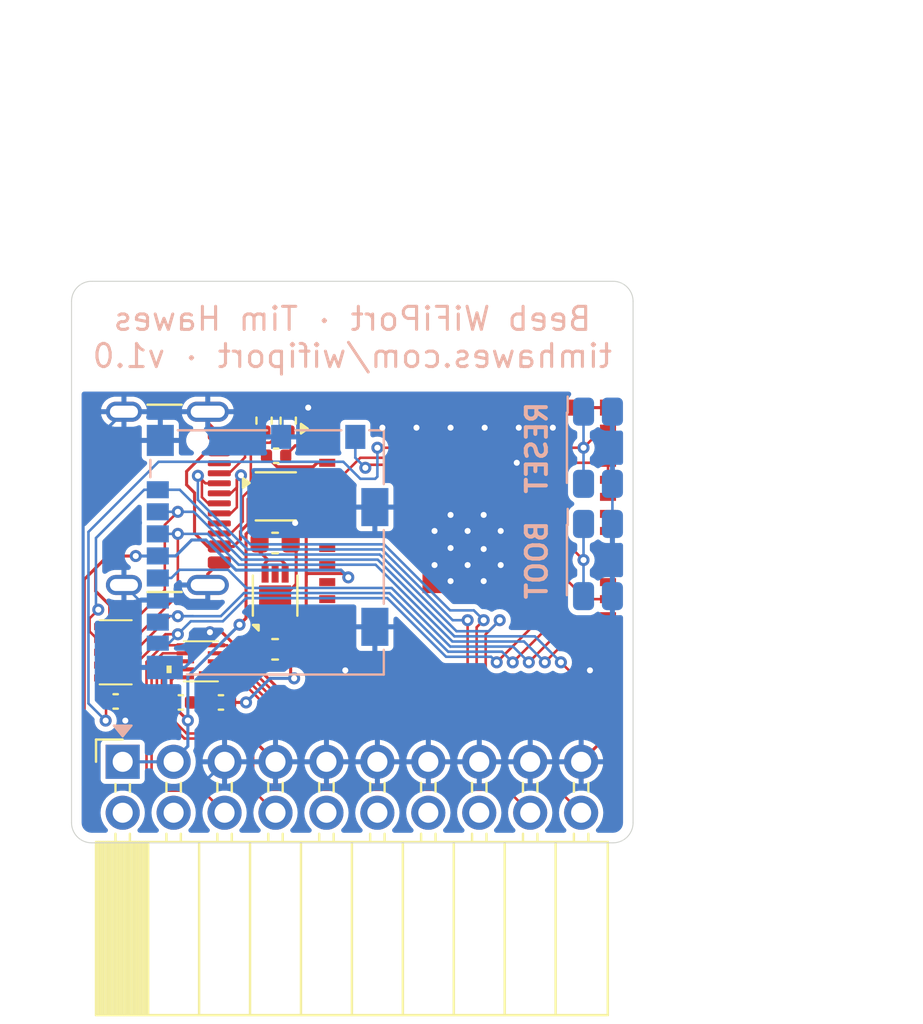
<source format=kicad_pcb>
(kicad_pcb (version 20240108) (generator "pcbnew") (generator_version "8.0")
  (layers (0 "F.Cu" signal) (31 "B.Cu" signal) (34 "B.Paste" user) (35 "F.Paste" user) (36 "B.SilkS" user "B.Silkscreen") (37 "F.SilkS" user "F.Silkscreen") (38 "B.Mask" user) (39 "F.Mask" user) (44 "Edge.Cuts" user))
  (net 0 "")
  (net 1 "GND")
  (net 2 "+3.3V")
  (net 3 "/RESET")
  (net 4 "Net-(J1-Pin_18)")
  (net 5 "Net-(J1-Pin_20)")
  (net 6 "Net-(J1-Pin_8)")
  (net 7 "Net-(J1-Pin_6)")
  (net 8 "/USB_D+")
  (net 10 "Net-(J2-CC1)")
  (net 11 "/USB_D-")
  (net 13 "Net-(J2-CC2)")
  (net 14 "/SD_CMD")
  (net 15 "/SD_D2")
  (net 16 "/SD_D3")
  (net 17 "/SD_D0")
  (net 18 "/SD_DET")
  (net 19 "/SD_D1")
  (net 20 "/SD_CLK")
  (net 21 "/PB7")
  (net 22 "/PB0")
  (net 28 "/PB1")
  (net 29 "/BOOT")
  (net 42 "/PB6")
  (net 44 "Net-(D1-K)")
  (net 45 "+5V_BBC")
  (net 46 "+5V_USB")
  (footprint "Capacitor_SMD:C_0603_1608Metric" (layer "F.Cu") (at 146.15 99.05)
    (property "Reference" "C1" (hide yes))
    (property "Value" "10uF")
  )
  (footprint "Capacitor_SMD:C_0402_1005Metric" (layer "F.Cu") (at 141.45 107 180)
    (property "Reference" "C5" (hide yes))
    (property "Value" "0.1uF")
  )
  (footprint "Capacitor_SMD:C_0402_1005Metric" (layer "F.Cu") (at 146.2 94.7 180)
    (property "Reference" "C3" (hide yes))
    (property "Value" "0.1uF")
  )
  (footprint "timhawes:CTS_746X101103JP" (layer "F.Cu") (at 138.2 104.5)
    (property "Reference" "RN1" (hide yes))
    (property "Value" "746X101103JP")
  )
  (footprint "Capacitor_SMD:C_0402_1005Metric" (layer "F.Cu") (at 138.2 106.95)
    (property "Reference" "C4" (hide yes))
    (property "Value" "1uF")
  )
  (footprint "RF_Module:ESP32-S2-MINI-1" (layer "F.Cu") (at 155.75 96.75)
    (property "Reference" "U1" (hide yes))
    (property "Value" "ESP32-S3-MINI-1")
  )
  (footprint "Capacitor_SMD:C_0603_1608Metric" (layer "F.Cu") (at 146.15 104.35 180)
    (property "Reference" "C2" (hide yes))
    (property "Value" "10uF")
  )
  (footprint "Resistor_SMD:R_0402_1005Metric" (layer "F.Cu") (at 145.6 92.95 90)
    (property "Reference" "R1" (hide yes))
    (property "Value" "5.1K 1%")
  )
  (footprint "timhawes:DFN-6-1EP_2x2mm_P0.5mm_EP1.02x1.6mm" (layer "F.Cu") (at 146.15 101.675 90)
    (property "Reference" "U3" (hide yes))
    (property "Value" "LDL212PV33R")
  )
  (footprint "timhawes:NXP_XQFN12_SOT1174-1" (layer "F.Cu") (at 142.45 104.95 180)
    (property "Reference" "U4" (hide yes))
    (property "Value" "NXB0104GU12")
  )
  (footprint "Capacitor_SMD:C_0402_1005Metric" (layer "F.Cu") (at 143.45 107)
    (property "Reference" "C6" (hide yes))
    (property "Value" "0.1uF")
  )
  (footprint "Resistor_SMD:R_0402_1005Metric" (layer "F.Cu") (at 146.805 92.95 -90)
    (property "Reference" "R2" (hide yes))
    (property "Value" "5.1K 1%")
  )
  (footprint "Connector_USB:USB_C_Receptacle_GCT_USB4105-xx-A_16P_TopMnt_Horizontal" (layer "F.Cu") (at 139.687496 96.823818 -90)
    (property "Reference" "J2" (hide yes))
    (property "Value" "USB4105-GF-A")
  )
  (footprint "Package_SON:HUSON-3-1EP_2x2mm_P1.3mm_EP1.1x1.6mm" (layer "F.Cu") (at 146.185608 96.725)
    (property "Reference" "D1" (hide yes))
    (property "Value" "PMEG2020CPA")
  )
  (footprint "Connector_PinSocket_2.54mm:PinSocket_2x10_P2.54mm_Horizontal" (layer "F.Cu") (at 138.55 109.96 90)
    (property "Reference" "J1" (hide yes))
    (property "Value" "User Port")
  )
  (footprint "Button_Switch_SMD:SW_SPST_EVQP7A" (layer "B.Cu") (at 162.25 94.3 -90)
    (property "Reference" "SW1" (hide yes))
    (property "Value" "EVQ-P7A01P")
  )
  (footprint "Connector_Card:microSD_HC_Molex_104031-0811" (layer "B.Cu") (at 145.75 99.5 -90)
    (property "Reference" "J3" (hide yes))
    (property "Value" "1040310811")
  )
  (footprint "Button_Switch_SMD:SW_SPST_EVQP7A" (layer "B.Cu") (at 162.25 99.9 -90)
    (property "Reference" "SW2" (hide yes))
    (property "Value" "EVQ-P7A01P")
  )
  (gr_poly (pts (xy 138.1 108.15) (xy 139 108.15) (xy 138.55 108.7)) (stroke (width 0.1)) (fill solid) (layer "B.SilkS"))
  (gr_line (start 137 86) (end 163 86) (stroke (width 0.05)) (layer "Edge.Cuts"))
  (gr_arc (start 164 113) (mid 163.707107 113.707107) (end 163 114) (stroke (width 0.05)) (layer "Edge.Cuts"))
  (gr_arc (start 163 86) (mid 163.707107 86.292893) (end 164 87) (stroke (width 0.05)) (layer "Edge.Cuts"))
  (gr_line (start 163 114) (end 137 114) (stroke (width 0.05)) (layer "Edge.Cuts"))
  (gr_arc (start 136 87) (mid 136.292893 86.292893) (end 137 86) (stroke (width 0.05)) (layer "Edge.Cuts"))
  (gr_line (start 136 113) (end 136 87) (stroke (width 0.05)) (layer "Edge.Cuts"))
  (gr_arc (start 137 114) (mid 136.292893 113.707107) (end 136 113) (stroke (width 0.05)) (layer "Edge.Cuts"))
  (gr_line (start 164 87) (end 164 113) (stroke (width 0.05)) (layer "Edge.Cuts"))
  (gr_text "Beeb WiFiPort · Tim Hawes\ntimhawes.com/wifiport · v1.0" (at 150 88.8 0) (layer "B.SilkS") (effects (font (size 1.15 1.15) (thickness 0.1524)) (justify mirror)))
  (gr_text "RESET" (at 159.2 94.3 90) (layer "B.SilkS") (effects (font (size 1 1) (thickness 0.2) (bold yes)) (justify mirror)))
  (gr_text "BOOT" (at 159.2 99.9 90) (layer "B.SilkS") (effects (font (size 1 1) (thickness 0.2)) (justify mirror)))
  (segment (start 145.16 92.44) (end 146.805 92.44) (width 0.1524) (layer "F.Cu") (net 1))
  (segment (start 145.65 102.175) (end 146.15 101.675) (width 0.1524) (layer "F.Cu") (net 1))
  (segment (start 145.65 102.75) (end 145.65 102.175) (width 0.1524) (layer "F.Cu") (net 1))
  (segment (start 147.8 92.3) (end 148.75 92.3) (width 0.1524) (layer "F.Cu") (net 1))
  (segment (start 154.1 97.65) (end 154.1 98.45) (width 0.1524) (layer "F.Cu") (net 1))
  (segment (start 142.792496 92.503818) (end 142.792496 93.048818) (width 0.1524) (layer "F.Cu") (net 1))
  (segment (start 158.3 92.3) (end 158.3 93.3) (width 0.1524) (layer "F.Cu") (net 1))
  (segment (start 156.55 99.35) (end 156.6 99.3) (width 0.1524) (layer "F.Cu") (net 1))
  (segment (start 146.74 92.35) (end 146.69 92.4) (width 0.1524) (layer "F.Cu") (net 1))
  (segment (start 154.1 99.3) (end 154.9 99.3) (width 0.1524) (layer "F.Cu") (net 1))
  (segment (start 146.925 99.05) (end 146.925 98.275) (width 0.1524) (layer "F.Cu") (net 1))
  (segment (start 154.1 100.95) (end 154.9 100.95) (width 0.1524) (layer "F.Cu") (net 1))
  (segment (start 157.4 98.5) (end 157.4 99.3) (width 0.1524) (layer "F.Cu") (net 1))
  (segment (start 162.75 108.62) (end 162.75 106.3) (width 0.1524) (layer "F.Cu") (net 1))
  (segment (start 157.4 100.95) (end 157.4 100.15) (width 0.1524) (layer "F.Cu") (net 1))
  (segment (start 155.75 100.15) (end 155.75 100.95) (width 0.1524) (layer "F.Cu") (net 1))
  (segment (start 144.478208 108.278208) (end 146.16 109.96) (width 0.1524) (layer "F.Cu") (net 1))
  (segment (start 146.6 106.6) (end 148.45 106.6) (width 0.1524) (layer "F.Cu") (net 1))
  (segment (start 162.75 92.3) (end 149.4 92.3) (width 0.1524) (layer "F.Cu") (net 1))
  (segment (start 155.75 97.65) (end 155.75 98.5) (width 0.1524) (layer "F.Cu") (net 1))
  (segment (start 146.69 94.71) (end 146.68 94.7) (width 0.1524) (layer "F.Cu") (net 1))
  (segment (start 148.75 92.3) (end 148.75 94.2) (width 0.1524) (layer "F.Cu") (net 1))
  (segment (start 154.9 92.3) (end 154.9 93.3) (width 0.1524) (layer "F.Cu") (net 1))
  (segment (start 145.375 104.35) (end 144.35 104.35) (width 0.1524) (layer "F.Cu") (net 1))
  (segment (start 145.375 104.35) (end 145.375 105.375) (width 0.1524) (layer "F.Cu") (net 1))
  (segment (start 142.45 104.0229) (end 142.45 103.95) (width 0.127) (layer "F.Cu") (net 1))
  (segment (start 142.97 107) (end 142.97 107.335) (width 0.1524) (layer "F.Cu") (net 1))
  (segment (start 156.6 99.3) (end 157.4 99.3) (width 0.1524) (layer "F.Cu") (net 1))
  (segment (start 153.2 92.3) (end 153.2 93.3) (width 0.1524) (layer "F.Cu") (net 1))
  (segment (start 144.35 104.35) (end 143.5 103.5) (width 0.1524) (layer "F.Cu") (net 1))
  (segment (start 143.913208 108.278208) (end 144.478208 108.278208) (width 0.1524) (layer "F.Cu") (net 1))
  (segment (start 145.65 104.075) (end 145.65 102.75) (width 0.1524) (layer "F.Cu") (net 1))
  (segment (start 143.367496 93.623818) (end 143.976182 93.623818) (width 0.1524) (layer "F.Cu") (net 1))
  (segment (start 148.45 106.6) (end 148.75 106.3) (width 0.1524) (layer "F.Cu") (net 1))
  (segment (start 142.45 103.95) (end 142.9 103.5) (width 0.127) (layer "F.Cu") (net 1))
  (segment (start 146.69 94.77) (end 146.69 94.71) (width 0.1524) (layer "F.Cu") (net 1))
  (segment (start 158.200003 95.05) (end 162.75 95.05) (width 0.127) (layer "F.Cu") (net 1))
  (segment (start 143.976182 93.623818) (end 145.16 92.44) (width 0.1524) (layer "F.Cu") (net 1))
  (segment (start 161.41 109.96) (end 162.75 108.62) (width 0.1524) (layer "F.Cu") (net 1))
  (segment (start 154.9 100.95) (end 156.55 100.95) (width 0.1524) (layer "F.Cu") (net 1))
  (segment (start 157.4 100.15) (end 157.4 99.3) (width 0.1524) (layer "F.Cu") (net 1))
  (segment (start 156.6 92.3) (end 156.6 93.3) (width 0.1524) (layer "F.Cu") (net 1))
  (segment (start 147.2 101.1) (end 146.625 101.675) (width 0.1524) (layer "F.Cu") (net 1))
  (segment (start 146.68 94.67) (end 147.15 94.2) (width 0.1524) (layer "F.Cu") (net 1))
  (segment (start 156.55 97.65) (end 154.9 97.65) (width 0.1524) (layer "F.Cu") (net 1))
  (segment (start 161.85 105.4) (end 162.75 106.3) (width 0.1524) (layer "F.Cu") (net 1))
  (segment (start 143.367496 100.023818) (end 142.792496 100.598818) (width 0.1524) (layer "F.Cu") (net 1))
  (segment (start 146.66 92.43) (end 146.69 92.4) (width 0.1524) (layer "F.Cu") (net 1))
  (segment (start 147.2 99.325) (end 147.2 101.1) (width 0.1524) (layer "F.Cu") (net 1))
  (segment (start 142.792496 100.598818) (end 142.792496 101.143818) (width 0.1524) (layer "F.Cu") (net 1))
  (segment (start 145.375 104.35) (end 145.65 104.075) (width 0.1524) (layer "F.Cu") (net 1))
  (segment (start 154.9 97.65) (end 154.1 97.65) (width 0.1524) (layer "F.Cu") (net 1))
  (segment (start 151.5 92.3) (end 151.5 93.3) (width 0.1524) (layer "F.Cu") (net 1))
  (segment (start 147.15 94.2) (end 148.75 94.2) (width 0.1524) (layer "F.Cu") (net 1))
  (segment (start 142.97 107.335) (end 143.913208 108.278208) (width 0.1524) (layer "F.Cu") (net 1))
  (segment (start 149.4 92.3) (end 148.75 92.3) (width 0.1524) (layer "F.Cu") (net 1))
  (segment (start 160 92.3) (end 160 93.3) (width 0.1524) (layer "F.Cu") (net 1))
  (segment (start 154.1 98.45) (end 154.1 100.15) (width 0.1524) (layer "F.Cu") (net 1))
  (segment (start 146.625 101.675) (end 146.15 101.675) (width 0.1524) (layer "F.Cu") (net 1))
  (segment (start 145.375 105.375) (end 146.6 106.6) (width 0.1524) (layer "F.Cu") (net 1))
  (segment (start 156.5 99.3) (end 156.55 99.35) (width 0.1524) (layer "F.Cu") (net 1))
  (segment (start 157.4 97.65) (end 156.55 97.65) (width 0.1524) (layer "F.Cu") (net 1))
  (segment (start 146.68 94.7) (end 146.68 94.67) (width 0.1524) (layer "F.Cu") (net 1))
  (segment (start 154.9 99.3) (end 156.5 99.3) (width 0.1524) (layer "F.Cu") (net 1))
  (segment (start 155.75 98.5) (end 155.75 100.15) (width 0.1524) (layer "F.Cu") (net 1))
  (segment (start 146.16 109.96) (end 146.17 109.96) (width 0.1524) (layer "F.Cu") (net 1))
  (segment (start 142.9 103.5) (end 142.792496 103.392496) (width 0.1524) (layer "F.Cu") (net 1))
  (segment (start 138.68 107.9) (end 138.68 106.95) (width 0.1524) (layer "F.Cu") (net 1))
  (segment (start 146.925 98.275) (end 147.15 98.05) (width 0.1524) (layer "F.Cu") (net 1))
  (segment (start 158.2 95.049997) (end 158.200003 95.05) (width 0.127) (layer "F.Cu") (net 1))
  (segment (start 156.55 100.95) (end 157.4 100.95) (width 0.1524) (layer "F.Cu") (net 1))
  (segment (start 157.4 97.65) (end 157.4 98.5) (width 0.1524) (layer "F.Cu") (net 1))
  (segment (start 146.925 99.05) (end 147.2 99.325) (width 0.1524) (layer "F.Cu") (net 1))
  (segment (start 143.5 103.5) (end 142.9 103.5) (width 0.1524) (layer "F.Cu") (net 1))
  (segment (start 162.75 95.05) (end 162.75 95.9) (width 0.127) (layer "F.Cu") (net 1))
  (segment (start 141.93 107) (end 142.97 107) (width 0.1524) (layer "F.Cu") (net 1))
  (segment (start 142.792496 93.048818) (end 143.367496 93.623818) (width 0.1524) (layer "F.Cu") (net 1))
  (segment (start 149.576346 105.473654) (end 148.75 106.3) (width 0.1524) (layer "F.Cu") (net 1))
  (segment (start 154.1 100.15) (end 154.1 100.95) (width 0.1524) (layer "F.Cu") (net 1))
  (via (at 149.65 105.4) (size 0.6) (drill 0.3) (layers "F.Cu" "B.Cu") (net 1))
  (via (at 158.3 93.3) (size 0.6) (drill 0.3) (layers "F.Cu" "B.Cu") (net 1))
  (via (at 154.9 99.3) (size 0.6) (drill 0.3) (layers "F.Cu" "B.Cu") (net 1))
  (via (at 153.2 93.3) (size 0.6) (drill 0.3) (layers "F.Cu" "B.Cu") (net 1))
  (via (at 161.85 105.4) (size 0.6) (drill 0.3) (layers "F.Cu" "B.Cu") (net 1))
  (via (at 157.4 98.45) (size 0.6) (drill 0.3) (layers "F.Cu" "B.Cu") (net 1))
  (via (at 147.8 92.3) (size 0.6) (drill 0.3) (layers "F.Cu" "B.Cu") (net 1))
  (via (at 154.9 97.65) (size 0.6) (drill 0.3) (layers "F.Cu" "B.Cu") (net 1))
  (via (at 147.15 98.05) (size 0.6) (drill 0.3) (layers "F.Cu" "B.Cu") (net 1))
  (via (at 151.5 93.3) (size 0.6) (drill 0.3) (layers "F.Cu" "B.Cu") (net 1))
  (via (at 158.2 95.049997) (size 0.6) (drill 0.3) (layers "F.Cu" "B.Cu") (net 1))
  (via (at 155.75 100.15) (size 0.6) (drill 0.3) (layers "F.Cu" "B.Cu") (net 1))
  (via (at 154.1 98.45) (size 0.6) (drill 0.3) (layers "F.Cu" "B.Cu") (net 1))
  (via (at 154.9 93.3) (size 0.6) (drill 0.3) (layers "F.Cu" "B.Cu") (net 1))
  (via (at 156.55 97.65) (size 0.6) (drill 0.3) (layers "F.Cu" "B.Cu") (net 1))
  (via (at 142.9 103.5) (size 0.6) (drill 0.3) (layers "F.Cu" "B.Cu") (net 1))
  (via (at 155.75 98.45) (size 0.6) (drill 0.3) (layers "F.Cu" "B.Cu") (net 1))
  (via (at 138.68 107.906542) (size 0.6) (drill 0.3) (layers "F.Cu" "B.Cu") (net 1))
  (via (at 154.1 100.15) (size 0.6) (drill 0.3) (layers "F.Cu" "B.Cu") (net 1))
  (via (at 160 93.3) (size 0.6) (drill 0.3) (layers "F.Cu" "B.Cu") (net 1))
  (via (at 154.9 100.95) (size 0.6) (drill 0.3) (layers "F.Cu" "B.Cu") (net 1))
  (via (at 156.55 99.35) (size 0.6) (drill 0.3) (layers "F.Cu" "B.Cu") (net 1))
  (via (at 156.6 93.3) (size 0.6) (drill 0.3) (layers "F.Cu" "B.Cu") (net 1))
  (via (at 157.4 100.15) (size 0.6) (drill 0.3) (layers "F.Cu" "B.Cu") (net 1))
  (via (at 156.55 100.95) (size 0.6) (drill 0.3) (layers "F.Cu" "B.Cu") (net 1))
  (segment (start 152.6 97) (end 152.34 97.26) (width 0.1524) (layer "B.Cu") (net 1))
  (segment (start 151.125 104.525) (end 151.125 103.23) (width 0.1524) (layer "B.Cu") (net 1))
  (segment (start 140.425 93.935) (end 140.425 92.528818) (width 0.1524) (layer "B.Cu") (net 1))
  (segment (start 138.68 107.9) (end 138.68 107.92) (width 0.1524) (layer "B.Cu") (net 1))
  (segment (start 136.5762 94.540114) (end 136.5762 111.1262) (width 0.1524) (layer "B.Cu") (net 1))
  (segment (start 140.65 105.255) (end 141.645 105.255) (width 0.1524) (layer "B.Cu") (net 1))
  (segment (start 158.2 95.049997) (end 157.500003 95.049997) (width 0.127) (layer "B.Cu") (net 1))
  (segment (start 150.176346 105.473654) (end 151.125 104.525) (width 0.1524) (layer "B.Cu") (net 1))
  (segment (start 151.125 97.26) (end 154.51 97.26) (width 0.1524) (layer "B.Cu") (net 1))
  (segment (start 141.645 105.255) (end 142.9 104) (width 0.1524) (layer "B.Cu") (net 1))
  (segment (start 149.576346 105.473654) (end 150.176346 105.473654) (width 0.1524) (layer "B.Cu") (net 1))
  (segment (start 154.51 97.26) (end 154.9 97.65) (width 0.1524) (layer "B.Cu") (net 1))
  (segment (start 136.5762 109.6738) (end 136.5762 109.9762) (width 0.1524) (layer "B.Cu") (net 1))
  (segment (start 138.612496 92.503818) (end 140.45 92.503818) (width 0.1524) (layer "B.Cu") (net 1))
  (segment (start 140.3 101.895) (end 139.363678 101.895) (width 0.127) (layer "B.Cu") (net 1))
  (segment (start 136.5762 111.1262) (end 136.7 111.25) (width 0.1524) (layer "B.Cu") (net 1))
  (segment (start 149.576346 105.473654) (end 151.25 107.147308) (width 0.1524) (layer "B.Cu") (net 1))
  (segment (start 147.596182 92.503818) (end 147.8 92.3) (width 0.1524) (layer "B.Cu") (net 1))
  (segment (start 162.97 101.7) (end 162.97 102.73) (width 0.127) (layer "B.Cu") (net 1))
  (segment (start 146.17 109.96) (end 161.41 109.96) (width 0.1524) (layer "B.Cu") (net 1))
  (segment (start 162.97 96.1) (end 162.97 101.7) (width 0.127) (layer "B.Cu") (net 1))
  (segment (start 142.792496 101.792496) (end 142.792496 101.143818) (width 0.127) (layer "B.Cu") (net 1))
  (segment (start 146.45 92.803818) (end 146.75 92.503818) (width 0.1524) (layer "B.Cu") (net 1))
  (segment (start 142.9 104) (end 142.9 103.5) (width 0.1524) (layer "B.Cu") (net 1))
  (segment (start 157.500003 95.049997) (end 154.9 97.65) (width 0.127) (layer "B.Cu") (net 1))
  (segment (start 138.612496 92.503818) (end 136.5762 94.540114) (width 0.1524) (layer "B.Cu") (net 1))
  (segment (start 142.34 111.25) (end 143.63 109.96) (width 0.1524) (layer "B.Cu") (net 1))
  (segment (start 142.689992 101.895) (end 142.792496 101.792496) (width 0.127) (layer "B.Cu") (net 1))
  (segment (start 138 108.6) (end 137.65 108.6) (width 0.1524) (layer "B.Cu") (net 1))
  (segment (start 160.55 103.3) (end 154.9 97.65) (width 0.127) (layer "B.Cu") (net 1))
  (segment (start 140.3 101.895) (end 142.689992 101.895) (width 0.127) (layer "B.Cu") (net 1))
  (segment (start 146.17 109.96) (end 143.63 109.96) (width 0.1524) (layer "B.Cu") (net 1))
  (segment (start 162.4 103.3) (end 160.55 103.3) (width 0.127) (layer "B.Cu") (net 1))
  (segment (start 150.5 92.3) (end 152.6 94.4) (width 0.1524) (layer "B.Cu") (net 1))
  (segment (start 140.425 92.528818) (end 140.45 92.503818) (width 0.1524) (layer "B.Cu") (net 1))
  (segment (start 152.6 94.4) (end 152.6 97) (width 0.1524) (layer "B.Cu") (net 1))
  (segment (start 146.75 92.503818) (end 147.596182 92.503818) (width 0.1524) (layer "B.Cu") (net 1))
  (segment (start 151.25 107.147308) (end 151.25 109.96) (width 0.1524) (layer "B.Cu") (net 1))
  (segment (start 147.15 98.05) (end 147.94 97.26) (width 0.1524) (layer "B.Cu") (net 1))
  (segment (start 146.45 93.76) (end 146.45 92.803818) (width 0.1524) (layer "B.Cu") (net 1))
  (segment (start 147.8 92.3) (end 150.5 92.3) (width 0.1524) (layer "B.Cu") (net 1))
  (segment (start 162.97 102.73) (end 162.4 103.3) (width 0.127) (layer "B.Cu") (net 1))
  (segment (start 142.792496 92.503818) (end 147.596182 92.503818) (width 0.1524) (layer "B.Cu") (net 1))
  (segment (start 137.65 108.6) (end 136.5762 109.6738) (width 0.1524) (layer "B.Cu") (net 1))
  (segment (start 136.7 111.25) (end 142.34 111.25) (width 0.1524) (layer "B.Cu") (net 1))
  (segment (start 147.94 97.26) (end 151.125 97.26) (width 0.1524) (layer "B.Cu") (net 1))
  (segment (start 138.68 107.92) (end 138 108.6) (width 0.1524) (layer "B.Cu") (net 1))
  (segment (start 140.45 92.503818) (end 142.792496 92.503818) (width 0.1524) (layer "B.Cu") (net 1))
  (segment (start 152.34 97.26) (end 151.125 97.26) (width 0.1524) (layer "B.Cu") (net 1))
  (segment (start 139.363678 101.895) (end 138.612496 101.143818) (width 0.127) (layer "B.Cu") (net 1))
  (segment (start 162.97 92.5) (end 162.97 96.1) (width 0.127) (layer "B.Cu") (net 1))
  (segment (start 146.925 105.625006) (end 147.1 105.800006) (width 0.1524) (layer "F.Cu") (net 2))
  (segment (start 142.577099 105.750001) (end 143.2247 105.750001) (width 0.127) (layer "F.Cu") (net 2))
  (segment (start 143.93 105.88) (end 143.800001 105.750001) (width 0.1524) (layer "F.Cu") (net 2))
  (segment (start 143.93 107) (end 143.93 105.88) (width 0.1524) (layer "F.Cu") (net 2))
  (segment (start 143.93 107) (end 144.45 107) (width 0.1524) (layer "F.Cu") (net 2))
  (segment (start 148.75 95.05) (end 148.25 95.05) (width 0.1524) (layer "F.Cu") (net 2))
  (segment (start 138.825 105.78) (end 139.45 106.405) (width 0.1524) (layer "F.Cu") (net 2))
  (segment (start 147.7 103.575) (end 147.7 101) (width 0.1524) (layer "F.Cu") (net 2))
  (segment (start 137.575 103.22) (end 137.9 102.895) (width 0.1524) (layer "F.Cu") (net 2))
  (segment (start 146.925 104.35) (end 147.7 103.575) (width 0.1524) (layer "F.Cu") (net 2))
  (segment (start 146.15 102.75) (end 146.15 103.05) (width 0.1524) (layer "F.Cu") (net 2))
  (segment (start 139.45 108.05) (end 138.9238 108.5762) (width 0.1524) (layer "F.Cu") (net 2))
  (segment (start 142.45 105.8771) (end 142.577099 105.750001) (width 0.127) (layer "F.Cu") (net 2))
  (segment (start 145.72 94.7) (end 145.72 94.72) (width 0.1524) (layer "F.Cu") (net 2))
  (segment (start 146.65 104.075) (end 146.925 104.35) (width 0.1524) (layer "F.Cu") (net 2))
  (segment (start 146.925 104.35) (end 146.925 105.625006) (width 0.1524) (layer "F.Cu") (net 2))
  (segment (start 146.65 102.75) (end 146.65 103.55) (width 0.1524) (layer "F.Cu") (net 2))
  (segment (start 146.65 102.75) (end 146.15 102.75) (width 0.1524) (layer "F.Cu") (net 2))
  (segment (start 137.1262 108.5762) (end 136.6333 108.0833) (width 0.1524) (layer "F.Cu") (net 2))
  (segment (start 136.6333 100.8667) (end 137.2 100.3) (width 0.1524) (layer "F.Cu") (net 2))
  (segment (start 137.8 99.7) (end 139.2 99.7) (width 0.1524) (layer "F.Cu") (net 2))
  (segment (start 143.800001 105.750001) (end 143.2247 105.750001) (width 0.1524) (layer "F.Cu") (net 2))
  (segment (start 147.7 101) (end 147.7 95.6) (width 0.1524) (layer "F.Cu") (net 2))
  (segment (start 147.7 101) (end 147.7 100.65) (width 0.1524) (layer "F.Cu") (net 2))
  (segment (start 148.05 95.25) (end 148.2 95.1) (width 0.1524) (layer "F.Cu") (net 2))
  (segment (start 137.9 102.15) (end 137.2 101.45) (width 0.1524) (layer "F.Cu") (net 2))
  (segment (start 145.72 94.72) (end 146.25 95.25) (width 0.1524) (layer "F.Cu") (net 2))
  (segment (start 147.7 95.6) (end 148.2 95.1) (width 0.1524) (layer "F.Cu") (net 2))
  (segment (start 144.45 107) (end 144.699992 107) (width 0.1524) (layer "F.Cu") (net 2))
  (segment (start 144.699992 107) (end 144.7 107.000008) (width 0.1524) (layer "F.Cu") (net 2))
  (segment (start 147.777346 100.572654) (end 149.609158 100.572654) (width 0.1524) (layer "F.Cu") (net 2))
  (segment (start 137.4 100.1) (end 137.8 99.7) (width 0.1524) (layer "F.Cu") (net 2))
  (segment (start 147.7 100.65) (end 147.777346 100.572654) (width 0.1524) (layer "F.Cu") (net 2))
  (segment (start 137.2 101.45) (end 137.2 100.3) (width 0.1524) (layer "F.Cu") (net 2))
  (segment (start 146.25 95.25) (end 148.05 95.25) (width 0.1524) (layer "F.Cu") (net 2))
  (segment (start 148.25 95.05) (end 148.2 95.1) (width 0.1524) (layer "F.Cu") (net 2))
  (segment (start 149.609158 100.572654) (end 149.800004 100.7635) (width 0.1524) (layer "F.Cu") (net 2))
  (segment (start 146.65 103.55) (end 146.65 104.075) (width 0.1524) (layer "F.Cu") (net 2))
  (segment (start 136.6333 108.0833) (end 136.6333 100.8667) (width 0.1524) (layer "F.Cu") (net 2))
  (segment (start 137.9 102.895) (end 137.9 102.15) (width 0.1524) (layer "F.Cu") (net 2))
  (segment (start 138.9238 108.5762) (end 137.1262 108.5762) (width 0.1524) (layer "F.Cu") (net 2))
  (segment (start 137.2 100.3) (end 137.4 100.1) (width 0.1524) (layer "F.Cu") (net 2))
  (segment (start 139.45 106.405) (end 139.45 108.05) (width 0.1524) (layer "F.Cu") (net 2))
  (via (at 149.800004 100.7635) (size 0.6) (drill 0.3) (layers "F.Cu" "B.Cu") (net 2))
  (via (at 147.1 105.800006) (size 0.6) (drill 0.3) (layers "F.Cu" "B.Cu") (net 2))
  (via (at 144.7 107.000008) (size 0.6) (drill 0.3) (layers "F.Cu" "B.Cu") (net 2))
  (via (at 139.2 99.7) (size 0.6) (drill 0.3) (layers "F.Cu" "B.Cu") (net 2))
  (segment (start 144.2 100.4) (end 149.436504 100.4) (width 0.1524) (layer "B.Cu") (net 2))
  (segment (start 142.7 98.9) (end 144.2 100.4) (width 0.1524) (layer "B.Cu") (net 2))
  (segment (start 145.900002 105.800006) (end 147.1 105.800006) (width 0.1524) (layer "B.Cu") (net 2))
  (segment (start 141.99 98.9) (end 142.7 98.9) (width 0.1524) (layer "B.Cu") (net 2))
  (segment (start 140.295 99.7) (end 140.3 99.695) (width 0.1524) (layer "B.Cu") (net 2))
  (segment (start 140.3 99.695) (end 141.195 99.695) (width 0.1524) (layer "B.Cu") (net 2))
  (segment (start 139.2 99.7) (end 140.295 99.7) (width 0.1524) (layer "B.Cu") (net 2))
  (segment (start 141.195 99.695) (end 141.99 98.9) (width 0.1524) (layer "B.Cu") (net 2))
  (segment (start 144.7 107.000008) (end 145.900002 105.800006) (width 0.1524) (layer "B.Cu") (net 2))
  (segment (start 149.436504 100.4) (end 149.800004 100.7635) (width 0.1524) (layer "B.Cu") (net 2))
  (segment (start 137.72 107.886542) (end 137.7 107.906542) (width 0.127) (layer "F.Cu") (net 3))
  (segment (start 162.479996 93.35) (end 161.53 94.299996) (width 0.127) (layer "F.Cu") (net 3))
  (segment (start 161.529996 94.3) (end 151.25 94.3) (width 0.127) (layer "F.Cu") (net 3))
  (segment (start 161.53 94.299996) (end 161.529996 94.3) (width 0.127) (layer "F.Cu") (net 3))
  (segment (start 137.72 106.95) (end 137.575 106.805) (width 0.127) (layer "F.Cu") (net 3))
  (segment (start 162.75 93.35) (end 162.479996 93.35) (width 0.127) (layer "F.Cu") (net 3))
  (segment (start 137.575 106.805) (end 137.575 105.78) (width 0.127) (layer "F.Cu") (net 3))
  (segment (start 137.72 106.95) (end 137.72 107.886542) (width 0.127) (layer "F.Cu") (net 3))
  (via (at 137.7 107.906542) (size 0.6) (drill 0.3) (layers "F.Cu" "B.Cu") (net 3))
  (via (at 151.25 94.3) (size 0.6) (drill 0.3) (layers "F.Cu" "B.Cu") (net 3))
  (via (at 161.53 94.299996) (size 0.6) (drill 0.3) (layers "F.Cu" "B.Cu") (net 3))
  (segment (start 140.339 95) (end 136.8429 98.4961) (width 0.127) (layer "B.Cu") (net 3))
  (segment (start 136.8429 98.4961) (end 136.8429 107.049442) (width 0.127) (layer "B.Cu") (net 3))
  (segment (start 151.25 95.7405) (end 151.1405 95.85) (width 0.127) (layer "B.Cu") (net 3))
  (segment (start 161.53 96.1) (end 161.53 94.299996) (width 0.127) (layer "B.Cu") (net 3))
  (segment (start 161.53 92.5) (end 161.53 94.299996) (width 0.127) (layer "B.Cu") (net 3))
  (segment (start 150.4 95.85) (end 149.55 95) (width 0.127) (layer "B.Cu") (net 3))
  (segment (start 149.55 95) (end 140.339 95) (width 0.127) (layer "B.Cu") (net 3))
  (segment (start 151.1405 95.85) (end 150.4 95.85) (width 0.127) (layer "B.Cu") (net 3))
  (segment (start 151.25 94.3) (end 151.25 95.7405) (width 0.127) (layer "B.Cu") (net 3))
  (segment (start 136.8429 107.049442) (end 137.7 107.906542) (width 0.127) (layer "B.Cu") (net 3))
  (segment (start 144.8 110.649582) (end 144.8 109.394813) (width 0.127) (layer "F.Cu") (net 4))
  (segment (start 144.205187 108.8) (end 141.62951 108.8) (width 0.127) (layer "F.Cu") (net 4))
  (segment (start 141.62951 108.8) (end 140.2455 107.41599) (width 0.127) (layer "F.Cu") (net 4))
  (segment (start 140.254 105.4125) (end 140.7165 104.95) (width 0.127) (layer "F.Cu") (net 4))
  (segment (start 144.8 109.394813) (end 144.205187 108.8) (width 0.127) (layer "F.Cu") (net 4))
  (segment (start 158.87 112.5) (end 157.724 111.354) (width 0.127) (layer "F.Cu") (net 4))
  (segment (start 145.504418 111.354) (end 144.8 110.649582) (width 0.127) (layer "F.Cu") (net 4))
  (segment (start 157.724 111.354) (end 145.504418 111.354) (width 0.127) (layer "F.Cu") (net 4))
  (segment (start 140.2455 107.41599) (end 140.2455 106.58401) (width 0.127) (layer "F.Cu") (net 4))
  (segment (start 140.254 106.57551) (end 140.254 105.4125) (width 0.127) (layer "F.Cu") (net 4))
  (segment (start 140.7165 104.95) (end 141.6753 104.95) (width 0.127) (layer "F.Cu") (net 4))
  (segment (start 140.2455 106.58401) (end 140.254 106.57551) (width 0.127) (layer "F.Cu") (net 4))
  (segment (start 145.054 109.289603) (end 144.310397 108.546) (width 0.127) (layer "F.Cu") (net 5))
  (segment (start 140.4995 107.31078) (end 140.4995 106.68922) (width 0.127) (layer "F.Cu") (net 5))
  (segment (start 141.73472 108.546) (end 140.4995 107.31078) (width 0.127) (layer "F.Cu") (net 5))
  (segment (start 161.41 112.5) (end 160.01 111.1) (width 0.127) (layer "F.Cu") (net 5))
  (segment (start 145.609628 111.1) (end 145.054 110.544372) (width 0.127) (layer "F.Cu") (net 5))
  (segment (start 144.310397 108.546) (end 141.73472 108.546) (width 0.127) (layer "F.Cu") (net 5))
  (segment (start 140.508 105.642) (end 140.800001 105.349999) (width 0.127) (layer "F.Cu") (net 5))
  (segment (start 140.800001 105.349999) (end 141.6753 105.349999) (width 0.127) (layer "F.Cu") (net 5))
  (segment (start 145.054 110.544372) (end 145.054 109.289603) (width 0.127) (layer "F.Cu") (net 5))
  (segment (start 160.01 111.1) (end 145.609628 111.1) (width 0.127) (layer "F.Cu") (net 5))
  (segment (start 140.508 106.68072) (end 140.508 105.642) (width 0.127) (layer "F.Cu") (net 5))
  (segment (start 140.4995 106.68922) (end 140.508 106.68072) (width 0.127) (layer "F.Cu") (net 5))
  (segment (start 139.9915 105.1085) (end 140.549999 104.550001) (width 0.127) (layer "F.Cu") (net 6))
  (segment (start 139.9915 110.5915) (end 139.9915 105.1085) (width 0.127) (layer "F.Cu") (net 6))
  (segment (start 140.549999 104.550001) (end 141.6753 104.550001) (width 0.127) (layer "F.Cu") (net 6))
  (segment (start 146.17 112.5) (end 144.816 111.146) (width 0.127) (layer "F.Cu") (net 6))
  (segment (start 140.546 111.146) (end 139.9915 110.5915) (width 0.127) (layer "F.Cu") (net 6))
  (segment (start 144.816 111.146) (end 140.546 111.146) (width 0.127) (layer "F.Cu") (net 6))
  (segment (start 142.53 111.4) (end 140.44079 111.4) (width 0.127) (layer "F.Cu") (net 7))
  (segment (start 140.44079 111.4) (end 139.7375 110.69671) (width 0.127) (layer "F.Cu") (net 7))
  (segment (start 140.568421 104.149999) (end 141.6753 104.149999) (width 0.127) (layer "F.Cu") (net 7))
  (segment (start 139.7375 110.69671) (end 139.7375 104.98092) (width 0.127) (layer "F.Cu") (net 7))
  (segment (start 139.7375 104.98092) (end 140.568421 104.149999) (width 0.127) (layer "F.Cu") (net 7))
  (segment (start 143.63 112.5) (end 142.53 111.4) (width 0.127) (layer "F.Cu") (net 7))
  (segment (start 156.2 103.25) (end 156.2 105.7) (width 0.127) (layer "F.Cu") (net 8))
  (segment (start 156.2 105.7) (end 156.6 106.1) (width 0.127) (layer "F.Cu") (net 8))
  (segment (start 143.942495 96.573818) (end 144.2428 96.273513) (width 0.127) (layer "F.Cu") (net 8))
  (segment (start 144.2428 97.273513) (end 144.2428 95.88066) (width 0.127) (layer "F.Cu") (net 8))
  (segment (start 156.6 106.1) (end 156.6 106.3) (width 0.127) (layer "F.Cu") (net 8))
  (segment (start 144.2428 96.273513) (end 144.2428 95.88066) (width 0.127) (layer "F.Cu") (net 8))
  (segment (start 143.942495 97.573818) (end 144.2428 97.273513) (width 0.127) (layer "F.Cu") (net 8))
  (segment (start 144.2428 95.88066) (end 144.448757 95.674703) (width 0.127) (layer "F.Cu") (net 8))
  (segment (start 156.55 102.9) (end 156.2 103.25) (width 0.127) (layer "F.Cu") (net 8))
  (segment (start 143.367496 97.573818) (end 143.942495 97.573818) (width 0.127) (layer "F.Cu") (net 8))
  (segment (start 143.367496 96.573818) (end 143.942495 96.573818) (width 0.127) (layer "F.Cu") (net 8))
  (via (at 144.448757 95.674703) (size 0.6) (drill 0.3) (layers "F.Cu" "B.Cu") (net 8))
  (via (at 156.55 102.9) (size 0.6) (drill 0.3) (layers "F.Cu" "B.Cu") (net 8))
  (segment (start 151.58177 99.1173) (end 144.9173 99.1173) (width 0.127) (layer "B.Cu") (net 8))
  (segment (start 156.55 102.9) (end 156.0595 102.4095) (width 0.127) (layer "B.Cu") (net 8))
  (segment (start 156.0595 102.4095) (end 154.87397 102.4095) (width 0.127) (layer "B.Cu") (net 8))
  (segment (start 144.448757 98.648757) (end 144.448757 95.674703) (width 0.127) (layer "B.Cu") (net 8))
  (segment (start 154.87397 102.4095) (end 151.58177 99.1173) (width 0.127) (layer "B.Cu") (net 8))
  (segment (start 144.9173 99.1173) (end 144.448757 98.648757) (width 0.127) (layer "B.Cu") (net 8))
  (segment (start 144.65 94.35) (end 145.54 93.46) (width 0.127) (layer "F.Cu") (net 10))
  (segment (start 144.65 94.779788) (end 144.65 94.35) (width 0.127) (layer "F.Cu") (net 10))
  (segment (start 143.367496 95.573818) (end 143.85597 95.573818) (width 0.127) (layer "F.Cu") (net 10))
  (segment (start 143.85597 95.573818) (end 144.65 94.779788) (width 0.127) (layer "F.Cu") (net 10))
  (segment (start 145.54 93.46) (end 145.6 93.46) (width 0.127) (layer "F.Cu") (net 10))
  (segment (start 142.5 96.763498) (end 142.81032 97.073818) (width 0.127) (layer "F.Cu") (net 11))
  (segment (start 142.3 95.7) (end 142.673818 96.073818) (width 0.127) (layer "F.Cu") (net 11))
  (segment (start 142.3 95.7) (end 142.5 95.9) (width 0.127) (layer "F.Cu") (net 11))
  (segment (start 142.673818 96.073818) (end 143.367496 96.073818) (width 0.127) (layer "F.Cu") (net 11))
  (segment (start 155.75 102.9) (end 155.75 106.3) (width 0.127) (layer "F.Cu") (net 11))
  (segment (start 142.81032 97.073818) (end 143.367496 97.073818) (width 0.127) (layer "F.Cu") (net 11))
  (segment (start 142.5 95.9) (end 142.5 96.763498) (width 0.127) (layer "F.Cu") (net 11))
  (via (at 142.3 95.7) (size 0.6) (drill 0.3) (layers "F.Cu" "B.Cu") (net 11))
  (via (at 155.75 102.9) (size 0.6) (drill 0.3) (layers "F.Cu" "B.Cu") (net 11))
  (segment (start 151.47656 99.3713) (end 144.7713 99.3713) (width 0.127) (layer "B.Cu") (net 11))
  (segment (start 155.75 102.9) (end 155.00526 102.9) (width 0.127) (layer "B.Cu") (net 11))
  (segment (start 155.00526 102.9) (end 151.47656 99.3713) (width 0.127) (layer "B.Cu") (net 11))
  (segment (start 144.7713 99.3713) (end 142.3 96.9) (width 0.127) (layer "B.Cu") (net 11))
  (segment (start 142.3 96.9) (end 142.3 95.7) (width 0.127) (layer "B.Cu") (net 11))
  (segment (start 143.367496 98.573818) (end 143.942495 98.573818) (width 0.127) (layer "F.Cu") (net 13))
  (segment (start 144.939256 94.460744) (end 145.35 94.05) (width 0.127) (layer "F.Cu") (net 13))
  (segment (start 144.5333 97.983013) (end 144.5333 96.750136) (width 0.127) (layer "F.Cu") (net 13))
  (segment (start 143.942495 98.573818) (end 144.5333 97.983013) (width 0.127) (layer "F.Cu") (net 13))
  (segment (start 145.895001 94.05) (end 146.485001 93.46) (width 0.127) (layer "F.Cu") (net 13))
  (segment (start 144.939256 96.34418) (end 144.939256 94.460744) (width 0.127) (layer "F.Cu") (net 13))
  (segment (start 145.35 94.05) (end 145.895001 94.05) (width 0.127) (layer "F.Cu") (net 13))
  (segment (start 146.485001 93.46) (end 146.805 93.46) (width 0.127) (layer "F.Cu") (net 13))
  (segment (start 144.5333 96.750136) (end 144.939256 96.34418) (width 0.127) (layer "F.Cu") (net 13))
  (segment (start 161.5 104.2) (end 160.39948 104.2) (width 0.127) (layer "F.Cu") (net 14))
  (segment (start 139.1 103.86) (end 141.3 101.66) (width 0.127) (layer "F.Cu") (net 14))
  (segment (start 141.3 101.66) (end 141.3 98.595) (width 0.127) (layer "F.Cu") (net 14))
  (segment (start 160.39948 104.2) (end 159.6 104.99948) (width 0.127) (layer "F.Cu") (net 14))
  (segment (start 138.825 103.86) (end 139.1 103.86) (width 0.127) (layer "F.Cu") (net 14))
  (segment (start 162.75 105.25) (end 162.55 105.25) (width 0.127) (layer "F.Cu") (net 14))
  (segment (start 162.55 105.25) (end 161.5 104.2) (width 0.127) (layer "F.Cu") (net 14))
  (via (at 159.6 104.99948) (size 0.6) (drill 0.3) (layers "F.Cu" "B.Cu") (net 14))
  (via (at 141.3 98.595) (size 0.6) (drill 0.3) (layers "F.Cu" "B.Cu") (net 14))
  (segment (start 140.3 98.595) (end 141.3 98.595) (width 0.127) (layer "B.Cu") (net 14))
  (segment (start 151.16093 100.1333) (end 144.3333 100.1333) (width 0.127) (layer "B.Cu") (net 14))
  (segment (start 154.98963 103.962) (end 151.16093 100.1333) (width 0.127) (layer "B.Cu") (net 14))
  (segment (start 144.3333 100.1333) (end 142.795 98.595) (width 0.127) (layer "B.Cu") (net 14))
  (segment (start 142.795 98.595) (end 141.3 98.595) (width 0.127) (layer "B.Cu") (net 14))
  (segment (start 158.56252 103.962) (end 154.98963 103.962) (width 0.127) (layer "B.Cu") (net 14))
  (segment (start 159.6 104.99948) (end 158.56252 103.962) (width 0.127) (layer "B.Cu") (net 14))
  (segment (start 137.3334 102.375) (end 136.9 102.8084) (width 0.127) (layer "F.Cu") (net 15))
  (segment (start 156.912291 105.612291) (end 159.512291 105.612291) (width 0.127) (layer "F.Cu") (net 15))
  (segment (start 157.35 102.9) (end 156.65 103.6) (width 0.127) (layer "F.Cu") (net 15))
  (segment (start 160 106.1) (end 160 106.3) (width 0.127) (layer "F.Cu") (net 15))
  (segment (start 136.9 102.8084) (end 136.9 103.46) (width 0.127) (layer "F.Cu") (net 15))
  (segment (start 136.9 103.46) (end 137.3 103.86) (width 0.127) (layer "F.Cu") (net 15))
  (segment (start 156.65 105.35) (end 156.912291 105.612291) (width 0.127) (layer "F.Cu") (net 15))
  (segment (start 137.3 103.86) (end 137.575 103.86) (width 0.127) (layer "F.Cu") (net 15))
  (segment (start 159.512291 105.612291) (end 160 106.1) (width 0.127) (layer "F.Cu") (net 15))
  (segment (start 156.65 103.6) (end 156.65 105.35) (width 0.127) (layer "F.Cu") (net 15))
  (via (at 137.3334 102.375) (size 0.6) (drill 0.3) (layers "F.Cu" "B.Cu") (net 15))
  (via (at 157.35 102.9) (size 0.6) (drill 0.3) (layers "F.Cu" "B.Cu") (net 15))
  (segment (start 137.217196 98.800804) (end 139.623 96.395) (width 0.127) (layer "B.Cu") (net 15))
  (segment (start 156.8 103.45) (end 155.19605 103.45) (width 0.127) (layer "B.Cu") (net 15))
  (segment (start 139.623 96.395) (end 140.3 96.395) (width 0.127) (layer "B.Cu") (net 15))
  (segment (start 141.395 96.395) (end 140.3 96.395) (width 0.127) (layer "B.Cu") (net 15))
  (segment (start 157.35 102.9) (end 156.8 103.45) (width 0.127) (layer "B.Cu") (net 15))
  (segment (start 155.19605 103.45) (end 151.37135 99.6253) (width 0.127) (layer "B.Cu") (net 15))
  (segment (start 137.217196 102.258796) (end 137.217196 98.800804) (width 0.127) (layer "B.Cu") (net 15))
  (segment (start 137.3334 102.375) (end 137.217196 102.258796) (width 0.127) (layer "B.Cu") (net 15))
  (segment (start 151.37135 99.6253) (end 144.6253 99.6253) (width 0.127) (layer "B.Cu") (net 15))
  (segment (start 144.6253 99.6253) (end 141.395 96.395) (width 0.127) (layer "B.Cu") (net 15))
  (segment (start 140.65 101.395) (end 140.65 98.145006) (width 0.127) (layer "F.Cu") (net 16))
  (segment (start 160.85 105.45) (end 160.4 105) (width 0.127) (layer "F.Cu") (net 16))
  (segment (start 140.65 98.145006) (end 141.300006 97.495) (width 0.127) (layer "F.Cu") (net 16))
  (segment (start 138.825 103.22) (end 140.65 101.395) (width 0.127) (layer "F.Cu") (net 16))
  (segment (start 160.85 106.3) (end 160.85 105.45) (width 0.127) (layer "F.Cu") (net 16))
  (via (at 160.4 105) (size 0.6) (drill 0.3) (layers "F.Cu" "B.Cu") (net 16))
  (via (at 141.300006 97.495) (size 0.6) (drill 0.3) (layers "F.Cu" "B.Cu") (net 16))
  (segment (start 141.454605 97.595395) (end 141.35421 97.495) (width 0.127) (layer "B.Cu") (net 16))
  (segment (start 159.104 103.704) (end 160.4 105) (width 0.127) (layer "B.Cu") (net 16))
  (segment (start 144.4793 99.8793) (end 151.26614 99.8793) (width 0.127) (layer "B.Cu") (net 16))
  (segment (start 155.09084 103.704) (end 159.104 103.704) (width 0.127) (layer "B.Cu") (net 16))
  (segment (start 141.35421 97.495) (end 141.300006 97.495) (width 0.127) (layer "B.Cu") (net 16))
  (segment (start 142.095 97.495) (end 144.4793 99.8793) (width 0.127) (layer "B.Cu") (net 16))
  (segment (start 151.26614 99.8793) (end 155.09084 103.704) (width 0.127) (layer "B.Cu") (net 16))
  (segment (start 140.3 97.495) (end 142.095 97.495) (width 0.127) (layer "B.Cu") (net 16))
  (segment (start 138.825 104.5) (end 139.1 104.5) (width 0.127) (layer "F.Cu") (net 17))
  (segment (start 139.1 104.5) (end 140.9 102.7) (width 0.127) (layer "F.Cu") (net 17))
  (segment (start 140.9 102.7) (end 141.300006 102.7) (width 0.127) (layer "F.Cu") (net 17))
  (segment (start 159.557572 103.444751) (end 158 105.002323) (width 0.127) (layer "F.Cu") (net 17))
  (segment (start 162.644751 103.444751) (end 159.557572 103.444751) (width 0.127) (layer "F.Cu") (net 17))
  (segment (start 162.75 103.55) (end 162.644751 103.444751) (width 0.127) (layer "F.Cu") (net 17))
  (via (at 141.300006 102.7) (size 0.6) (drill 0.3) (layers "F.Cu" "B.Cu") (net 17))
  (via (at 158 105.002323) (size 0.6) (drill 0.3) (layers "F.Cu" "B.Cu") (net 17))
  (segment (start 142.05 102.7) (end 141.300006 102.7) (width 0.127) (layer "B.Cu") (net 17))
  (segment (start 140.595 102.7) (end 140.3 102.995) (width 0.127) (layer "B.Cu") (net 17))
  (segment (start 144.59479 101.546) (end 151.85521 101.546) (width 0.127) (layer "B.Cu") (net 17))
  (segment (start 142.05 102.7) (end 143.44079 102.7) (width 0.127) (layer "B.Cu") (net 17))
  (segment (start 142.05 102.7) (end 140.595 102.7) (width 0.127) (layer "B.Cu") (net 17))
  (segment (start 154.77921 104.47) (end 157.467677 104.47) (width 0.127) (layer "B.Cu") (net 17))
  (segment (start 143.44079 102.7) (end 144.59479 101.546) (width 0.127) (layer "B.Cu") (net 17))
  (segment (start 157.467677 104.47) (end 158 105.002323) (width 0.127) (layer "B.Cu") (net 17))
  (segment (start 151.85521 101.546) (end 154.77921 104.47) (width 0.127) (layer "B.Cu") (net 17))
  (segment (start 159.7 99.9) (end 161.65 101.85) (width 0.127) (layer "F.Cu") (net 18))
  (segment (start 156.95 95.15) (end 159.7 97.9) (width 0.127) (layer "F.Cu") (net 18))
  (segment (start 159.7 97.9) (end 159.7 99.9) (width 0.127) (layer "F.Cu") (net 18))
  (segment (start 150.65 95.3) (end 150.8 95.15) (width 0.127) (layer "F.Cu") (net 18))
  (segment (start 161.65 101.85) (end 162.75 101.85) (width 0.127) (layer "F.Cu") (net 18))
  (segment (start 150.8 95.15) (end 156.95 95.15) (width 0.127) (layer "F.Cu") (net 18))
  (via (at 150.65 95.3) (size 0.6) (drill 0.3) (layers "F.Cu" "B.Cu") (net 18))
  (segment (start 150.15 94.8) (end 150.15 93.76) (width 0.127) (layer "B.Cu") (net 18))
  (segment (start 150.65 95.3) (end 150.15 94.8) (width 0.127) (layer "B.Cu") (net 18))
  (segment (start 159.099992 103.1) (end 157.199996 104.999996) (width 0.127) (layer "F.Cu") (net 19))
  (segment (start 162.2 103.1) (end 159.099992 103.1) (width 0.127) (layer "F.Cu") (net 19))
  (segment (start 139.139605 105.14) (end 140.679605 103.6) (width 0.127) (layer "F.Cu") (net 19))
  (segment (start 138.825 105.14) (end 139.139605 105.14) (width 0.127) (layer "F.Cu") (net 19))
  (segment (start 162.6 102.7) (end 162.2 103.1) (width 0.127) (layer "F.Cu") (net 19))
  (segment (start 162.75 102.7) (end 162.6 102.7) (width 0.127) (layer "F.Cu") (net 19))
  (segment (start 140.679605 103.6) (end 141.299986 103.6) (width 0.127) (layer "F.Cu") (net 19))
  (via (at 141.299986 103.6) (size 0.6) (drill 0.3) (layers "F.Cu" "B.Cu") (net 19))
  (via (at 157.199996 104.999996) (size 0.6) (drill 0.3) (layers "F.Cu" "B.Cu") (net 19))
  (segment (start 141.945986 102.954) (end 141.299986 103.6) (width 0.127) (layer "B.Cu") (net 19))
  (segment (start 156.924 104.724) (end 154.674 104.724) (width 0.127) (layer "B.Cu") (net 19))
  (segment (start 140.3 104.045) (end 140.854986 104.045) (width 0.127) (layer "B.Cu") (net 19))
  (segment (start 157.199996 104.999996) (end 156.924 104.724) (width 0.127) (layer "B.Cu") (net 19))
  (segment (start 143.546 102.954) (end 141.945986 102.954) (width 0.127) (layer "B.Cu") (net 19))
  (segment (start 154.674 104.724) (end 151.75 101.8) (width 0.127) (layer "B.Cu") (net 19))
  (segment (start 140.854986 104.045) (end 141.299986 103.6) (width 0.127) (layer "B.Cu") (net 19))
  (segment (start 151.75 101.8) (end 144.7 101.8) (width 0.127) (layer "B.Cu") (net 19))
  (segment (start 144.7 101.8) (end 143.546 102.954) (width 0.127) (layer "B.Cu") (net 19))
  (segment (start 162.55 104.4) (end 161.95 103.8) (width 0.127) (layer "F.Cu") (net 20))
  (segment (start 160 103.8) (end 158.8 105) (width 0.127) (layer "F.Cu") (net 20))
  (segment (start 162.75 104.4) (end 162.55 104.4) (width 0.127) (layer "F.Cu") (net 20))
  (segment (start 161.95 103.8) (end 160 103.8) (width 0.127) (layer "F.Cu") (net 20))
  (via (at 158.8 105) (size 0.6) (drill 0.3) (layers "F.Cu" "B.Cu") (net 20))
  (segment (start 140.3 100.795) (end 140.977 100.795) (width 0.127) (layer "B.Cu") (net 20))
  (segment (start 141.386082 100.385918) (end 143.808748 100.385918) (width 0.127) (layer "B.Cu") (net 20))
  (segment (start 151.96042 101.292) (end 154.88442 104.216) (width 0.127) (layer "B.Cu") (net 20))
  (segment (start 143.808748 100.385918) (end 144.71483 101.292) (width 0.127) (layer "B.Cu") (net 20))
  (segment (start 154.88442 104.216) (end 158.016 104.216) (width 0.127) (layer "B.Cu") (net 20))
  (segment (start 144.71483 101.292) (end 151.96042 101.292) (width 0.127) (layer "B.Cu") (net 20))
  (segment (start 158.016 104.216) (end 158.8 105) (width 0.127) (layer "B.Cu") (net 20))
  (segment (start 140.977 100.795) (end 141.386082 100.385918) (width 0.127) (layer "B.Cu") (net 20))
  (segment (start 146.180569 107.6525) (end 151.1975 107.6525) (width 0.127) (layer "F.Cu") (net 21))
  (segment (start 143.2247 105.349999) (end 143.878068 105.349999) (width 0.127) (layer "F.Cu") (net 21))
  (segment (start 151.1975 107.6525) (end 152.35 106.5) (width 0.127) (layer "F.Cu") (net 21))
  (segment (start 143.878068 105.349999) (end 146.180569 107.6525) (width 0.127) (layer "F.Cu") (net 21))
  (segment (start 152.35 106.5) (end 152.35 106.3) (width 0.127) (layer "F.Cu") (net 21))
  (segment (start 149.8 106.431) (end 149.8 106.3) (width 0.127) (layer "F.Cu") (net 22))
  (segment (start 149.3405 106.8905) (end 149.3405 106.884) (width 0.127) (layer "F.Cu") (net 22))
  (segment (start 149.3405 106.884) (end 149.347 106.884) (width 0.127) (layer "F.Cu") (net 22))
  (segment (start 143.2247 104.149999) (end 143.755698 104.149999) (width 0.127) (layer "F.Cu") (net 22))
  (segment (start 149.347 106.884) (end 149.8 106.431) (width 0.127) (layer "F.Cu") (net 22))
  (segment (start 143.755698 104.149999) (end 146.496199 106.8905) (width 0.127) (layer "F.Cu") (net 22))
  (segment (start 146.496199 106.8905) (end 149.3405 106.8905) (width 0.127) (layer "F.Cu") (net 22))
  (segment (start 143.79649 104.550001) (end 146.390989 107.1445) (width 0.127) (layer "F.Cu") (net 28))
  (segment (start 146.390989 107.1445) (end 150.0055 107.1445) (width 0.127) (layer "F.Cu") (net 28))
  (segment (start 150.0055 107.1445) (end 150.65 106.5) (width 0.127) (layer "F.Cu") (net 28))
  (segment (start 143.2247 104.550001) (end 143.79649 104.550001) (width 0.127) (layer "F.Cu") (net 28))
  (segment (start 150.65 106.5) (end 150.65 106.3) (width 0.127) (layer "F.Cu") (net 28))
  (segment (start 148.75 95.9) (end 149.3 95.9) (width 0.127) (layer "F.Cu") (net 29))
  (segment (start 160 98.37) (end 161.53 99.9) (width 0.127) (layer "F.Cu") (net 29))
  (segment (start 149.3 95.9) (end 150.4 94.8) (width 0.127) (layer "F.Cu") (net 29))
  (segment (start 157 94.8) (end 160 97.8) (width 0.127) (layer "F.Cu") (net 29))
  (segment (start 160 97.8) (end 160 98.37) (width 0.127) (layer "F.Cu") (net 29))
  (segment (start 150.4 94.8) (end 157 94.8) (width 0.127) (layer "F.Cu") (net 29))
  (via (at 161.53 99.9) (size 0.6) (drill 0.3) (layers "F.Cu" "B.Cu") (net 29))
  (segment (start 161.53 99.9) (end 161.53 101.7) (width 0.127) (layer "B.Cu") (net 29))
  (segment (start 161.53 98.1) (end 161.53 99.9) (width 0.127) (layer "B.Cu") (net 29))
  (segment (start 161.58 101.65) (end 161.53 101.7) (width 0.127) (layer "B.Cu") (net 29))
  (segment (start 161.53 98.1) (end 161.58 98.15) (width 0.127) (layer "B.Cu") (net 29))
  (segment (start 146.285779 107.3985) (end 150.6015 107.3985) (width 0.127) (layer "F.Cu") (net 42))
  (segment (start 143.837279 104.95) (end 146.285779 107.3985) (width 0.127) (layer "F.Cu") (net 42))
  (segment (start 143.2247 104.95) (end 143.837279 104.95) (width 0.127) (layer "F.Cu") (net 42))
  (segment (start 150.6015 107.3985) (end 151.5 106.5) (width 0.127) (layer "F.Cu") (net 42))
  (segment (start 151.5 106.5) (end 151.5 106.3) (width 0.127) (layer "F.Cu") (net 42))
  (segment (start 146.65 100.1) (end 146.65 100.6) (width 0.1524) (layer "F.Cu") (net 44))
  (segment (start 145.798 99.9) (end 146.45 99.9) (width 0.1524) (layer "F.Cu") (net 44))
  (segment (start 145.7135 99.9845) (end 145.798 99.9) (width 0.1524) (layer "F.Cu") (net 44))
  (segment (start 145.65 100.048) (end 145.7135 99.9845) (width 0.1524) (layer "F.Cu") (net 44))
  (segment (start 146.435608 96.725) (end 146.435608 97.989392) (width 0.1524) (layer "F.Cu") (net 44))
  (segment (start 146.435608 97.989392) (end 145.375 99.05) (width 0.1524) (layer "F.Cu") (net 44))
  (segment (start 145.65 100.6) (end 145.65 100.048) (width 0.1524) (layer "F.Cu") (net 44))
  (segment (start 146.45 99.9) (end 146.65 100.1) (width 0.1524) (layer "F.Cu") (net 44))
  (segment (start 145.375 99.05) (end 145.375 99.477) (width 0.1524) (layer "F.Cu") (net 44))
  (segment (start 145.375 99.477) (end 145.798 99.9) (width 0.1524) (layer "F.Cu") (net 44))
  (segment (start 144.375 103.125) (end 144.7 102.8) (width 0.1524) (layer "F.Cu") (net 45))
  (segment (start 144.7 102.8) (end 144.7 98.6) (width 0.1524) (layer "F.Cu") (net 45))
  (segment (start 140.97 107.07) (end 140.97 107) (width 0.1524) (layer "F.Cu") (net 45))
  (segment (start 140.97 105.88) (end 140.97 107) (width 0.1524) (layer "F.Cu") (net 45))
  (segment (start 141.099999 105.750001) (end 140.97 105.88) (width 0.1524) (layer "F.Cu") (net 45))
  (segment (start 141.6753 105.750001) (end 141.099999 105.750001) (width 0.1524) (layer "F.Cu") (net 45))
  (segment (start 141.8 107.9) (end 140.97 107.07) (width 0.1524) (layer "F.Cu") (net 45))
  (segment (start 144.7 98.6) (end 145.385608 97.914392) (width 0.1524) (layer "F.Cu") (net 45))
  (segment (start 145.385608 97.914392) (end 145.385608 97.375) (width 0.1524) (layer "F.Cu") (net 45))
  (via (at 141.8 107.9) (size 0.6) (drill 0.3) (layers "F.Cu" "B.Cu") (net 45))
  (via (at 144.375 103.125) (size 0.6) (drill 0.3) (layers "F.Cu" "B.Cu") (net 45))
  (segment (start 141.8 109.18) (end 141.8 107.9) (width 0.1524) (layer "B.Cu") (net 45))
  (segment (start 141.8 105.7) (end 141.8 107.9) (width 0.1524) (layer "B.Cu") (net 45))
  (segment (start 141.09 109.96) (end 141.09 109.89) (width 0.1524) (layer "B.Cu") (net 45))
  (segment (start 141.09 109.89) (end 141.8 109.18) (width 0.1524) (layer "B.Cu") (net 45))
  (segment (start 144.375 103.125) (end 141.8 105.7) (width 0.1524) (layer "B.Cu") (net 45))
  (segment (start 138.55 109.96) (end 141.09 109.96) (width 0.1524) (layer "B.Cu") (net 45))
  (segment (start 142.1333 96.547719) (end 142.1333 98.564621) (width 0.1524) (layer "F.Cu") (net 46))
  (segment (start 144.4206 98.472884) (end 144.4206 98.8794) (width 0.1524) (layer "F.Cu") (net 46))
  (segment (start 144.4206 98.8794) (end 144.076182 99.223818) (width 0.1524) (layer "F.Cu") (net 46))
  (segment (start 145.385608 96.274999) (end 144.8 96.860607) (width 0.1524) (layer "F.Cu") (net 46))
  (segment (start 143.367496 94.423818) (end 142.792497 94.423818) (width 0.1524) (layer "F.Cu") (net 46))
  (segment (start 144.8 98.093484) (end 144.4206 98.472884) (width 0.1524) (layer "F.Cu") (net 46))
  (segment (start 141.7365 96.150919) (end 142.1333 96.547719) (width 0.1524) (layer "F.Cu") (net 46))
  (segment (start 144.8 96.860607) (end 144.8 98.093484) (width 0.1524) (layer "F.Cu") (net 46))
  (segment (start 141.7365 95.479815) (end 141.7365 96.150919) (width 0.1524) (layer "F.Cu") (net 46))
  (segment (start 142.1333 98.564621) (end 142.792497 99.223818) (width 0.1524) (layer "F.Cu") (net 46))
  (segment (start 142.792497 94.423818) (end 141.7365 95.479815) (width 0.1524) (layer "F.Cu") (net 46))
  (segment (start 144.076182 99.223818) (end 143.367496 99.223818) (width 0.1524) (layer "F.Cu") (net 46))
  (segment (start 145.385608 96.075) (end 145.385608 96.274999) (width 0.1524) (layer "F.Cu") (net 46))
  (segment (start 142.792497 99.223818) (end 143.367496 99.223818) (width 0.1524) (layer "F.Cu") (net 46))
  (zone (net 1) (net_name "GND") (layer "B.Cu") (connect_pads (clearance 0.25)) (min_thickness 0.25) (fill yes (thermal_gap 0.25) (thermal_bridge_width 0.25))
    (polygon (pts (xy 135.8 85.8) (xy 135.8 114.3) (xy 164.2 114.3) (xy 164.2 85.8)))
  )
)
</source>
